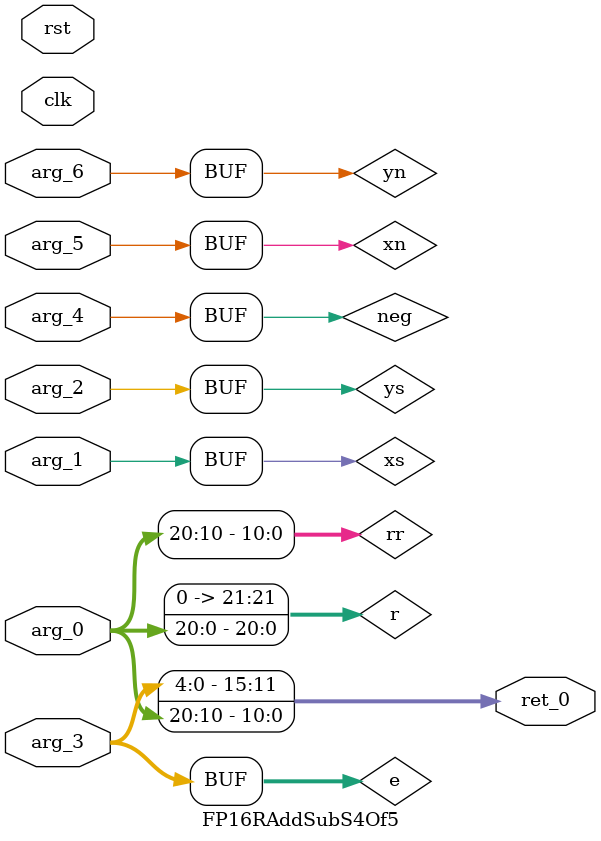
<source format=v>
module FP16RAddSubS0Of5(
 input 	       clk,
 input 	       rst,
 input [15:0]  arg_0,
 input [15:0]  arg_1,
 input 	       arg_2,
 output [15:0] ret_0,
 output [15:0] ret_1,
 output        ret_2,
 output        ret_3);

   wire [15:0] x;
   wire [15:0] y;
   wire        is_sub;
   wire        ys;
   wire        yys;
   wire [15:0] yy;
   wire        diff_sign;
   wire [4:0]  xe;
   wire [4:0]  ye;
   wire        swap;
   wire        neg_lhs;
   wire        neg_rhs;
   wire [15:0] lhs;
   wire [15:0] rhs;
   

   assign x = arg_0;
   assign y = arg_1;
   assign is_sub = arg_2;
   assign ys = y[15];
   assign yys = is_sub ? ~ys : ys;
   assign yy = {yys, y[14:0]};
   assign xe = x[14:10];
   assign ye = y[14:10];

   assign diff_sign = x[15] ^ yy[15];

   assign swap = xe < ye;
   assign lhs = swap ? yy : x;
   assign rhs = swap ? x : yy;

   assign neg_lhs = diff_sign ? lhs[15] : 0;
   assign neg_rhs = diff_sign ? rhs[15] : 0;

   assign ret_0 = lhs;
   assign ret_1 = rhs;
   assign ret_2 = neg_lhs;
   assign ret_3 = neg_rhs;

endmodule // FP16RAddSubS0Of5

module FP16RAddSubS1Of5(
 input 	       clk,
 input 	       rst,
 input [15:0]  arg_0,
 input [15:0]  arg_1,
 input 	       arg_2,
 input 	       arg_3,
 output        ret_0,
 output        ret_1,
 output [20:0] ret_2,
 output [20:0] ret_3,
 output [4:0]  ret_4,
 output        ret_5,
 output        ret_6);

   wire [15:0] x;
   wire [15:0] y;
   wire        xn;
   wire        yn;
   wire [4:0]  xe;
   wire [4:0]  ye;
   wire        x1;
   wire        y1;
   wire [9:0]  xf;
   wire [9:0]  yf;
   wire [20:0] xr;
   wire [20:0] xrn;
   wire [10:0] yr10;
   wire [4:0]  d;
   wire [20:0] yr1;
   wire [20:0] yr2;
   wire [20:0] yr4;
   wire [20:0] yr8;
   wire [20:0] yr16;   
   wire [20:0] yrn;

   assign x = arg_0;
   assign y = arg_1;
   assign xn = arg_2;
   assign yn = arg_3;
   assign xe = x[14:10];
   assign ye = y[14:10];
   assign xf = x[9:0];
   assign yf = y[9:0];
   
   assign x1 = xe > 0;
   assign y1 = ye > 0;
   assign xr = {x1, xf, 10'b0};
   assign xrn = xn ? ~xr : xr;
   assign yr10 = {y1, yf};
   assign d = xe - ye;
   // barrel shifter to adjust y.
   assign yr1 = d[0:0] ? {1'b0, yr10[20:1]} : yr10;
   assign yr2 = d[1:1] ? {2'b0, yr1[20:2]} : yr1;
   assign yr4 = d[2:2] ? {4'b0, yr2[20:4]} : yr2;
   assign yr8 = d[3:3] ? {8'b0, yr4[20:8]} : yr4;
   assign yr16 = d[4:4] ? {16'b0, yr8[20:16]} : yr8;

   assign yrn = yn ? ~yr16 : yr16;

   assign ret_0 = x[15];
   assign ret_1 = y[15];
   assign ret_2 = xrn;
   assign ret_3 = yrn;
   assign ret_4 = xe;
   assign ret_5 = xn;
   assign ret_6 = yn;

endmodule // FP16RAddSubS1Of5

module FP16RAddSubS2Of5(
 input 	       clk,
 input 	       rst,
 input 	       arg_0,
 input 	       arg_1,
 input [20:0]  arg_2,
 input [20:0]  arg_3,
 input [4:0]   arg_4,
 input 	       arg_5,
 input 	       arg_6,
 output [21:0] ret_0,
 output        ret_1,
 output        ret_2,
 output [4:0]  ret_3,
 output        ret_4,
 output        ret_5);

   wire        xn;
   wire        yn;
   wire [21:0] rxy;
   wire        diff_sign;
   wire [21:0] r_final;
   
   
   assign xn = arg_5;
   assign yn = arg_6;
   assign diff_sign = (xn != yn);

   assign rxy = arg_2 + arg_3;
   assign r_final = diff_sign ? (rxy + 1) : rxy;

   assign ret_0 = r_final;
   assign ret_1 = arg_0;
   assign ret_2 = arg_1;
   assign ret_3 = arg_4;
   assign ret_4 = arg_5;
   assign ret_5 = arg_6;
   
   
endmodule // FP16RAddSubS2Of5

module FP16RAddSubS3Of5(
 input 	       clk,
 input 	       rst,
 input [21:0]  arg_0,
 input 	       arg_1,
 input 	       arg_2,
 input [4:0]   arg_3,
 input 	       arg_4,
 input 	       arg_5,
 output [20:0] ret_0,
 output        ret_1,
 output        ret_2,
 output [4:0]  ret_3,
 output        ret_4,
 output        ret_5,
 output        ret_6);

   wire [21:0] r;
   wire        xs;
   wire        ys;
   wire [4:0]  e;
   wire        xn;
   wire        yn;
   wire        diff_sign;
   wire        has_carry;
   wire        neg;
   wire [20:0] neg_r;
   wire [20:0] half_r;
   wire [20:0] r_diff;
   wire [20:0] r_same;
   wire [20:0] r_final;
   wire [4:0]  eplus;
   wire [4:0]  e_final;
   
   
   assign r = arg_0;
   assign xs = arg_1;
   assign ys = arg_2;
   assign e = arg_3;
   assign xn = arg_4;
   assign yn = arg_5;
   assign diff_sign = (xn != yn);
   assign with_carry = r[21:0];
   assign neg_r = (~r) + 1;
   assign half_r = r[21:1];
   assign neg = diff_sign & !with_carry;
   assign eplus = e + 1;

   assign r_diff = with_carry ? r[20:0] : neg_r;
   assign r_same = with_carry ? half_r : r[20:0];
   assign r_final = diff_sign ? r_diff : r_same;
   assign e_final = (!diff_sign && with_carry) ? eplus : e;

   assign ret_0 = r_final;
   assign ret_1 = xs;
   assign ret_2 = ys;
   assign ret_3 = e_final;
   assign ret_4 = neg;
   assign ret_5 = xn;
   assign ret_6 = yn;
   
endmodule // FP16RAddSubS3Of5

module FP16RAddSubS4Of5(
 input 	       clk,
 input 	       rst,
 input [20:0]  arg_0,
 input 	       arg_1,
 input 	       arg_2,
 input [4:0]   arg_3,
 input 	       arg_4,
 input 	       arg_5,
 input 	       arg_6,
 output [15:0] ret_0);

   // TODO: Shift leading 0s after subtraction.
   wire [21:0] r;
   wire        xs;
   wire        ys;
   wire [4:0]  e;
   wire        neg;
   wire        xn;
   wire        yn;
   wire [10:0] rr;
   wire        s;
   
   assign r = arg_0;
   assign xs = arg_1;
   assign ys = arg_2;
   assign e = arg_3;
   assign neg = arg_4;
   assign xn = arg_5;
   assign yn = arg_6;
   assign rr = r[20:10];
   assign s = (xn == yn) ? xs : (yn ? (neg ^ xs): (neg ^ ys));

   assign ret_0 = {s, e, rr};
   
endmodule // FP16RAddSubS4Of5

</source>
